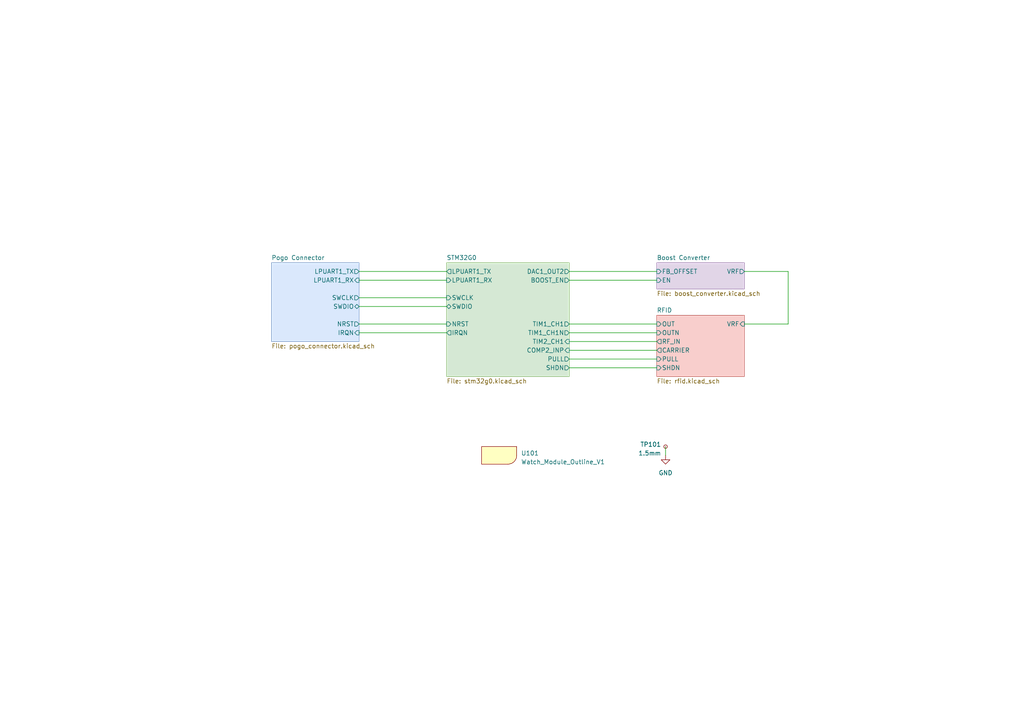
<source format=kicad_sch>
(kicad_sch (version 20230121) (generator eeschema)
  (paper "A4")
  (title_block (date "2024-01-02") (rev "1"))
  (lib_symbols
    (symbol "Connector:TestPoint_Small" (pin_numbers hide) (pin_names (offset 0.762) hide)
      (property "Reference" "TP" (at 0 3.81 0))
      (property "Value" "TestPoint_Small" (at 0 2.032 0))
      (symbol "TestPoint_Small_0_1"
        (circle (center 0 0) (radius 0.508))
      )
      (symbol "TestPoint_Small_1_1"
        (pin passive line (at 0 0 90) (length 0) (name "1") (number "1"))
      )
    )
    (symbol "power:GND" (power) (pin_names (offset 0))
      (property "Value" "GND" (at 0 -3.81 0))
      (symbol "GND_0_1"
        (polyline (pts (xy 0 0) (xy 0 -1.27) (xy 1.27 -1.27) (xy 0 -2.54) (xy -1.27 -1.27) (xy 0 -1.27)))
      )
      (symbol "GND_1_1"
        (pin power_in line (at 0 0 270) (length 0) hide (name "GND") (number "1"))
      )
    )
    (symbol "watch_symbols_lib:Watch_Module_Outline_V1" (in_bom no)
      (property "Reference" "U" (at 0 7.62 0))
      (property "Value" "Watch_Module_Outline_V1" (at 0 5.08 0))
      (symbol "Watch_Module_Outline_V1_0_1"
        (polyline (pts (xy -5.08 2.54) (xy -5.08 -2.54)))
        (polyline (pts (xy -5.08 2.54) (xy 5.08 2.54)))
        (polyline (pts (xy 5.08 2.54) (xy 5.08 0)))
        (polyline (pts (xy -5.08 -2.54) (xy -2.54 -2.54) (xy 2.54 -2.54)))
      )
      (symbol "Watch_Module_Outline_V1_1_1"
        (rectangle (start -5.08 2.54) (end 2.54 -2.54) (stroke (width -0.0001)) (fill (type background)))
        (arc (start 2.54 -2.54) (mid 4.3361 -1.7961) (end 5.08 0))
        (circle (center 2.54 0) (radius 2.54) (stroke (width -0.0001)) (fill (type background)))
        (rectangle (start 2.54 2.54) (end 5.08 0) (stroke (width -0.0001)) (fill (type background)))
      )
    )
  )
  (wire (pts (xy 165.1 99.06) (xy 190.5 99.06)))
  (wire (pts (xy 165.1 101.6) (xy 190.5 101.6)))
  (wire (pts (xy 215.9 93.98) (xy 228.6 93.98)))
  (wire (pts (xy 104.14 78.74) (xy 129.54 78.74)))
  (wire (pts (xy 165.1 78.74) (xy 190.5 78.74)))
  (wire (pts (xy 228.6 78.74) (xy 228.6 93.98)))
  (wire (pts (xy 104.14 96.52) (xy 129.54 96.52)))
  (wire (pts (xy 104.14 93.98) (xy 129.54 93.98)))
  (wire (pts (xy 104.14 88.9) (xy 129.54 88.9)))
  (wire (pts (xy 104.14 86.36) (xy 129.54 86.36)))
  (wire (pts (xy 193.04 129.54) (xy 193.04 132.08)))
  (wire (pts (xy 104.14 81.28) (xy 129.54 81.28)))
  (wire (pts (xy 165.1 104.14) (xy 190.5 104.14)))
  (wire (pts (xy 165.1 81.28) (xy 190.5 81.28)))
  (wire (pts (xy 215.9 78.74) (xy 228.6 78.74)))
  (wire (pts (xy 165.1 106.68) (xy 190.5 106.68)))
  (wire (pts (xy 165.1 96.52) (xy 190.5 96.52)))
  (wire (pts (xy 165.1 93.98) (xy 190.5 93.98)))
  (symbol (lib_id "Connector:TestPoint_Small") (at 193.04 129.54 0) (mirror y) (unit 1)
    (property "Reference" "TP101" (at 191.77 128.905 0) (effects (justify left)))
    (property "Value" "1.5mm" (at 191.77 131.445 0) (effects (justify left)))
    (property "Footprint" "TestPoint:TestPoint_Pad_D1.5mm" (effects hide))
  )
  (symbol (lib_id "watch_symbols_lib:Watch_Module_Outline_V1") (at 144.78 132.08 0) (unit 1) (in_bom no)
    (property "Reference" "U101" (at 151.13 131.445 0) (effects (justify left)))
    (property "Value" "Watch_Module_Outline_V1" (at 151.13 133.985 0) (effects (justify left)))
    (property "Footprint" "watch_footprints:Watch Module Outline V1" (effects hide))
  )
  (symbol (lib_id "power:GND") (at 193.04 132.08 0) (unit 1)
    (property "Reference" "#PWR0101" (effects hide))
    (property "Value" "GND" (at 193.04 137.16 0))
  )
  (sheet (at 190.5 76.2) (size 25.4 7.62) (stroke (width 0.1524) (color 150 115 166 1)) (fill (color 225 213 231 1.0000))
    (property "Sheetname" "Boost Converter" (at 190.5 75.4884 0) (effects (justify left bottom)))
    (property "Sheetfile" "boost_converter.kicad_sch" (at 190.5 84.4046 0) (effects (justify left top)))
    (pin "FB_OFFSET" input (at 190.5 78.74 180))
    (pin "VRF" output (at 215.9 78.74 0))
    (pin "EN" input (at 190.5 81.28 180))
  )
  (sheet (at 78.74 76.2) (size 25.4 22.86) (stroke (width 0.1524) (color 108 142 191 1)) (fill (color 218 232 252 1.0000))
    (property "Sheetname" "Pogo Connector" (at 78.74 75.4884 0) (effects (justify left bottom)))
    (property "Sheetfile" "pogo_connector.kicad_sch" (at 78.74 99.6446 0) (effects (justify left top)))
    (pin "LPUART1_RX" input (at 104.14 81.28 0))
    (pin "LPUART1_TX" output (at 104.14 78.74 0))
    (pin "SWCLK" output (at 104.14 86.36 0))
    (pin "SWDIO" bidirectional (at 104.14 88.9 0))
    (pin "IRQN" input (at 104.14 96.52 0))
    (pin "NRST" output (at 104.14 93.98 0))
  )
  (sheet (at 190.5 91.44) (size 25.4 17.78) (stroke (width 0.1524) (color 184 84 80 1)) (fill (color 248 206 204 1.0000))
    (property "Sheetname" "RFID" (at 190.5 90.7284 0) (effects (justify left bottom)))
    (property "Sheetfile" "rfid.kicad_sch" (at 190.5 109.8046 0) (effects (justify left top)))
    (pin "SHDN" input (at 190.5 106.68 180))
    (pin "OUTN" input (at 190.5 96.52 180))
    (pin "OUT" input (at 190.5 93.98 180))
    (pin "RF_IN" output (at 190.5 99.06 180))
    (pin "CARRIER" output (at 190.5 101.6 180))
    (pin "PULL" input (at 190.5 104.14 180))
    (pin "VRF" input (at 215.9 93.98 0))
  )
  (sheet (at 129.54 76.2) (size 35.56 33.02) (stroke (width 0.1524) (color 130 179 102 1)) (fill (color 213 232 212 1.0000))
    (property "Sheetname" "STM32G0" (at 129.54 75.4884 0) (effects (justify left bottom)))
    (property "Sheetfile" "stm32g0.kicad_sch" (at 129.54 109.8046 0) (effects (justify left top)))
    (pin "PULL" output (at 165.1 104.14 0))
    (pin "SWDIO" bidirectional (at 129.54 88.9 180))
    (pin "SHDN" output (at 165.1 106.68 0))
    (pin "SWCLK" input (at 129.54 86.36 180))
    (pin "TIM2_CH1" input (at 165.1 99.06 0))
    (pin "LPUART1_TX" output (at 129.54 78.74 180))
    (pin "LPUART1_RX" input (at 129.54 81.28 180))
    (pin "DAC1_OUT2" output (at 165.1 78.74 0))
    (pin "TIM1_CH1" output (at 165.1 93.98 0))
    (pin "TIM1_CH1N" output (at 165.1 96.52 0))
    (pin "BOOST_EN" output (at 165.1 81.28 0))
    (pin "COMP2_INP" input (at 165.1 101.6 0))
    (pin "IRQN" output (at 129.54 96.52 180))
    (pin "NRST" input (at 129.54 93.98 180))
  )
)
</source>
